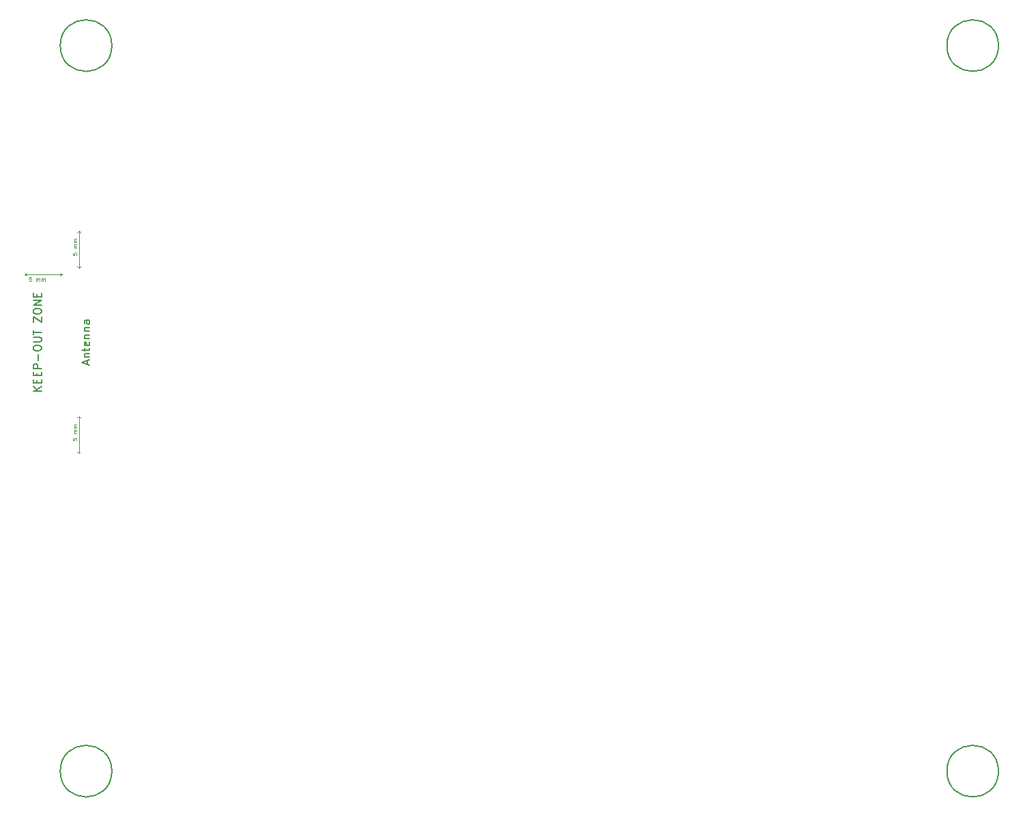
<source format=gbr>
%TF.GenerationSoftware,KiCad,Pcbnew,(6.0.4)*%
%TF.CreationDate,2022-12-17T19:50:06+01:00*%
%TF.ProjectId,bsc,6273632e-6b69-4636-9164-5f7063625858,rev?*%
%TF.SameCoordinates,Original*%
%TF.FileFunction,Other,Comment*%
%FSLAX46Y46*%
G04 Gerber Fmt 4.6, Leading zero omitted, Abs format (unit mm)*
G04 Created by KiCad (PCBNEW (6.0.4)) date 2022-12-17 19:50:06*
%MOMM*%
%LPD*%
G01*
G04 APERTURE LIST*
%ADD10C,0.150000*%
%ADD11C,0.100000*%
G04 APERTURE END LIST*
D10*
%TO.C,U2*%
X29452380Y-63856428D02*
X28452380Y-63856428D01*
X29452380Y-63285000D02*
X28880952Y-63713571D01*
X28452380Y-63285000D02*
X29023809Y-63856428D01*
X28928571Y-62856428D02*
X28928571Y-62523095D01*
X29452380Y-62380238D02*
X29452380Y-62856428D01*
X28452380Y-62856428D01*
X28452380Y-62380238D01*
X28928571Y-61951666D02*
X28928571Y-61618333D01*
X29452380Y-61475476D02*
X29452380Y-61951666D01*
X28452380Y-61951666D01*
X28452380Y-61475476D01*
X29452380Y-61046904D02*
X28452380Y-61046904D01*
X28452380Y-60665952D01*
X28500000Y-60570714D01*
X28547619Y-60523095D01*
X28642857Y-60475476D01*
X28785714Y-60475476D01*
X28880952Y-60523095D01*
X28928571Y-60570714D01*
X28976190Y-60665952D01*
X28976190Y-61046904D01*
X29071428Y-60046904D02*
X29071428Y-59285000D01*
X28452380Y-58618333D02*
X28452380Y-58427857D01*
X28500000Y-58332619D01*
X28595238Y-58237380D01*
X28785714Y-58189761D01*
X29119047Y-58189761D01*
X29309523Y-58237380D01*
X29404761Y-58332619D01*
X29452380Y-58427857D01*
X29452380Y-58618333D01*
X29404761Y-58713571D01*
X29309523Y-58808809D01*
X29119047Y-58856428D01*
X28785714Y-58856428D01*
X28595238Y-58808809D01*
X28500000Y-58713571D01*
X28452380Y-58618333D01*
X28452380Y-57761190D02*
X29261904Y-57761190D01*
X29357142Y-57713571D01*
X29404761Y-57665952D01*
X29452380Y-57570714D01*
X29452380Y-57380238D01*
X29404761Y-57285000D01*
X29357142Y-57237380D01*
X29261904Y-57189761D01*
X28452380Y-57189761D01*
X28452380Y-56856428D02*
X28452380Y-56285000D01*
X29452380Y-56570714D02*
X28452380Y-56570714D01*
X28452380Y-55285000D02*
X28452380Y-54618333D01*
X29452380Y-55285000D01*
X29452380Y-54618333D01*
X28452380Y-54046904D02*
X28452380Y-53856428D01*
X28500000Y-53761190D01*
X28595238Y-53665952D01*
X28785714Y-53618333D01*
X29119047Y-53618333D01*
X29309523Y-53665952D01*
X29404761Y-53761190D01*
X29452380Y-53856428D01*
X29452380Y-54046904D01*
X29404761Y-54142142D01*
X29309523Y-54237380D01*
X29119047Y-54285000D01*
X28785714Y-54285000D01*
X28595238Y-54237380D01*
X28500000Y-54142142D01*
X28452380Y-54046904D01*
X29452380Y-53189761D02*
X28452380Y-53189761D01*
X29452380Y-52618333D01*
X28452380Y-52618333D01*
X28928571Y-52142142D02*
X28928571Y-51808809D01*
X29452380Y-51665952D02*
X29452380Y-52142142D01*
X28452380Y-52142142D01*
X28452380Y-51665952D01*
D11*
X33351190Y-46723095D02*
X33351190Y-46961190D01*
X33589285Y-46985000D01*
X33565476Y-46961190D01*
X33541666Y-46913571D01*
X33541666Y-46794523D01*
X33565476Y-46746904D01*
X33589285Y-46723095D01*
X33636904Y-46699285D01*
X33755952Y-46699285D01*
X33803571Y-46723095D01*
X33827380Y-46746904D01*
X33851190Y-46794523D01*
X33851190Y-46913571D01*
X33827380Y-46961190D01*
X33803571Y-46985000D01*
X33851190Y-46104047D02*
X33517857Y-46104047D01*
X33565476Y-46104047D02*
X33541666Y-46080238D01*
X33517857Y-46032619D01*
X33517857Y-45961190D01*
X33541666Y-45913571D01*
X33589285Y-45889761D01*
X33851190Y-45889761D01*
X33589285Y-45889761D02*
X33541666Y-45865952D01*
X33517857Y-45818333D01*
X33517857Y-45746904D01*
X33541666Y-45699285D01*
X33589285Y-45675476D01*
X33851190Y-45675476D01*
X33851190Y-45437380D02*
X33517857Y-45437380D01*
X33565476Y-45437380D02*
X33541666Y-45413571D01*
X33517857Y-45365952D01*
X33517857Y-45294523D01*
X33541666Y-45246904D01*
X33589285Y-45223095D01*
X33851190Y-45223095D01*
X33589285Y-45223095D02*
X33541666Y-45199285D01*
X33517857Y-45151666D01*
X33517857Y-45080238D01*
X33541666Y-45032619D01*
X33589285Y-45008809D01*
X33851190Y-45008809D01*
X28186904Y-49711190D02*
X27948809Y-49711190D01*
X27925000Y-49949285D01*
X27948809Y-49925476D01*
X27996428Y-49901666D01*
X28115476Y-49901666D01*
X28163095Y-49925476D01*
X28186904Y-49949285D01*
X28210714Y-49996904D01*
X28210714Y-50115952D01*
X28186904Y-50163571D01*
X28163095Y-50187380D01*
X28115476Y-50211190D01*
X27996428Y-50211190D01*
X27948809Y-50187380D01*
X27925000Y-50163571D01*
X28805952Y-50211190D02*
X28805952Y-49877857D01*
X28805952Y-49925476D02*
X28829761Y-49901666D01*
X28877380Y-49877857D01*
X28948809Y-49877857D01*
X28996428Y-49901666D01*
X29020238Y-49949285D01*
X29020238Y-50211190D01*
X29020238Y-49949285D02*
X29044047Y-49901666D01*
X29091666Y-49877857D01*
X29163095Y-49877857D01*
X29210714Y-49901666D01*
X29234523Y-49949285D01*
X29234523Y-50211190D01*
X29472619Y-50211190D02*
X29472619Y-49877857D01*
X29472619Y-49925476D02*
X29496428Y-49901666D01*
X29544047Y-49877857D01*
X29615476Y-49877857D01*
X29663095Y-49901666D01*
X29686904Y-49949285D01*
X29686904Y-50211190D01*
X29686904Y-49949285D02*
X29710714Y-49901666D01*
X29758333Y-49877857D01*
X29829761Y-49877857D01*
X29877380Y-49901666D01*
X29901190Y-49949285D01*
X29901190Y-50211190D01*
D10*
X35166666Y-60546904D02*
X35166666Y-60070714D01*
X35452380Y-60642142D02*
X34452380Y-60308809D01*
X35452380Y-59975476D01*
X34785714Y-59642142D02*
X35452380Y-59642142D01*
X34880952Y-59642142D02*
X34833333Y-59594523D01*
X34785714Y-59499285D01*
X34785714Y-59356428D01*
X34833333Y-59261190D01*
X34928571Y-59213571D01*
X35452380Y-59213571D01*
X34785714Y-58880238D02*
X34785714Y-58499285D01*
X34452380Y-58737380D02*
X35309523Y-58737380D01*
X35404761Y-58689761D01*
X35452380Y-58594523D01*
X35452380Y-58499285D01*
X35404761Y-57785000D02*
X35452380Y-57880238D01*
X35452380Y-58070714D01*
X35404761Y-58165952D01*
X35309523Y-58213571D01*
X34928571Y-58213571D01*
X34833333Y-58165952D01*
X34785714Y-58070714D01*
X34785714Y-57880238D01*
X34833333Y-57785000D01*
X34928571Y-57737380D01*
X35023809Y-57737380D01*
X35119047Y-58213571D01*
X34785714Y-57308809D02*
X35452380Y-57308809D01*
X34880952Y-57308809D02*
X34833333Y-57261190D01*
X34785714Y-57165952D01*
X34785714Y-57023095D01*
X34833333Y-56927857D01*
X34928571Y-56880238D01*
X35452380Y-56880238D01*
X34785714Y-56404047D02*
X35452380Y-56404047D01*
X34880952Y-56404047D02*
X34833333Y-56356428D01*
X34785714Y-56261190D01*
X34785714Y-56118333D01*
X34833333Y-56023095D01*
X34928571Y-55975476D01*
X35452380Y-55975476D01*
X35452380Y-55070714D02*
X34928571Y-55070714D01*
X34833333Y-55118333D01*
X34785714Y-55213571D01*
X34785714Y-55404047D01*
X34833333Y-55499285D01*
X35404761Y-55070714D02*
X35452380Y-55165952D01*
X35452380Y-55404047D01*
X35404761Y-55499285D01*
X35309523Y-55546904D01*
X35214285Y-55546904D01*
X35119047Y-55499285D01*
X35071428Y-55404047D01*
X35071428Y-55165952D01*
X35023809Y-55070714D01*
D11*
X33351190Y-69723095D02*
X33351190Y-69961190D01*
X33589285Y-69985000D01*
X33565476Y-69961190D01*
X33541666Y-69913571D01*
X33541666Y-69794523D01*
X33565476Y-69746904D01*
X33589285Y-69723095D01*
X33636904Y-69699285D01*
X33755952Y-69699285D01*
X33803571Y-69723095D01*
X33827380Y-69746904D01*
X33851190Y-69794523D01*
X33851190Y-69913571D01*
X33827380Y-69961190D01*
X33803571Y-69985000D01*
X33851190Y-69104047D02*
X33517857Y-69104047D01*
X33565476Y-69104047D02*
X33541666Y-69080238D01*
X33517857Y-69032619D01*
X33517857Y-68961190D01*
X33541666Y-68913571D01*
X33589285Y-68889761D01*
X33851190Y-68889761D01*
X33589285Y-68889761D02*
X33541666Y-68865952D01*
X33517857Y-68818333D01*
X33517857Y-68746904D01*
X33541666Y-68699285D01*
X33589285Y-68675476D01*
X33851190Y-68675476D01*
X33851190Y-68437380D02*
X33517857Y-68437380D01*
X33565476Y-68437380D02*
X33541666Y-68413571D01*
X33517857Y-68365952D01*
X33517857Y-68294523D01*
X33541666Y-68246904D01*
X33589285Y-68223095D01*
X33851190Y-68223095D01*
X33589285Y-68223095D02*
X33541666Y-68199285D01*
X33517857Y-68151666D01*
X33517857Y-68080238D01*
X33541666Y-68032619D01*
X33589285Y-68008809D01*
X33851190Y-68008809D01*
D10*
%TO.C,H1*%
X38200000Y-21000000D02*
G75*
G03*
X38200000Y-21000000I-3200000J0D01*
G01*
%TO.C,H4*%
X38200000Y-111000000D02*
G75*
G03*
X38200000Y-111000000I-3200000J0D01*
G01*
%TO.C,H3*%
X148200000Y-111000000D02*
G75*
G03*
X148200000Y-111000000I-3200000J0D01*
G01*
%TO.C,H2*%
X148200000Y-21000000D02*
G75*
G03*
X148200000Y-21000000I-3200000J0D01*
G01*
D11*
%TO.C,U2*%
X27400000Y-49385000D02*
X27600000Y-49585000D01*
X34125000Y-71585000D02*
X34325000Y-71385000D01*
X34125000Y-48585000D02*
X34125000Y-43985000D01*
X32000000Y-49385000D02*
X31800000Y-49185000D01*
X34125000Y-43985000D02*
X33925000Y-44185000D01*
X34125000Y-71585000D02*
X34125000Y-66985000D01*
X34125000Y-48585000D02*
X33925000Y-48385000D01*
X34125000Y-71585000D02*
X33925000Y-71385000D01*
X34125000Y-43985000D02*
X34325000Y-44185000D01*
X32000000Y-49385000D02*
X31800000Y-49585000D01*
X32000000Y-49385000D02*
X27400000Y-49385000D01*
X34125000Y-66985000D02*
X34325000Y-67185000D01*
X27400000Y-49385000D02*
X27600000Y-49185000D01*
X34125000Y-66985000D02*
X33925000Y-67185000D01*
X34125000Y-48585000D02*
X34325000Y-48385000D01*
%TD*%
M02*

</source>
